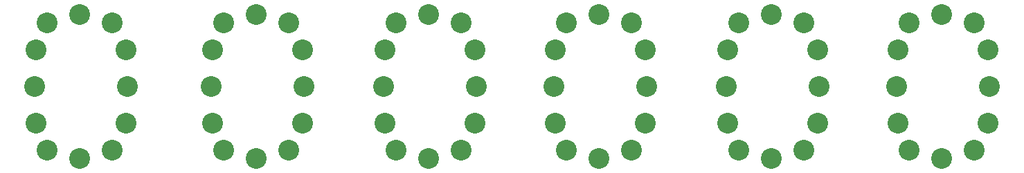
<source format=gbr>
G04 #@! TF.FileFunction,Paste,Top*
%FSLAX46Y46*%
G04 Gerber Fmt 4.6, Leading zero omitted, Abs format (unit mm)*
G04 Created by KiCad (PCBNEW 4.0.7) date Sun Oct  1 12:43:17 2017*
%MOMM*%
%LPD*%
G01*
G04 APERTURE LIST*
%ADD10C,0.100000*%
%ADD11C,2.540000*%
G04 APERTURE END LIST*
D10*
D11*
X87917020Y-33093660D03*
X97279460Y-29776420D03*
X98963480Y-33093660D03*
X99090480Y-37592000D03*
X98963480Y-42090340D03*
X97279460Y-45407580D03*
X93281500Y-46408340D03*
X89283540Y-45407580D03*
X87917020Y-42090340D03*
X87790020Y-37592000D03*
X89283540Y-29776420D03*
X93281500Y-28775660D03*
X45245020Y-33093660D03*
X54607460Y-29776420D03*
X56291480Y-33093660D03*
X56418480Y-37592000D03*
X56291480Y-42090340D03*
X54607460Y-45407580D03*
X50609500Y-46408340D03*
X46611540Y-45407580D03*
X45245020Y-42090340D03*
X45118020Y-37592000D03*
X46611540Y-29776420D03*
X50609500Y-28775660D03*
X66835020Y-33093660D03*
X76197460Y-29776420D03*
X77881480Y-33093660D03*
X78008480Y-37592000D03*
X77881480Y-42090340D03*
X76197460Y-45407580D03*
X72199500Y-46408340D03*
X68201540Y-45407580D03*
X66835020Y-42090340D03*
X66708020Y-37592000D03*
X68201540Y-29776420D03*
X72199500Y-28775660D03*
X108745020Y-33093660D03*
X118107460Y-29776420D03*
X119791480Y-33093660D03*
X119918480Y-37592000D03*
X119791480Y-42090340D03*
X118107460Y-45407580D03*
X114109500Y-46408340D03*
X110111540Y-45407580D03*
X108745020Y-42090340D03*
X108618020Y-37592000D03*
X110111540Y-29776420D03*
X114109500Y-28775660D03*
X129827020Y-33093660D03*
X139189460Y-29776420D03*
X140873480Y-33093660D03*
X141000480Y-37592000D03*
X140873480Y-42090340D03*
X139189460Y-45407580D03*
X135191500Y-46408340D03*
X131193540Y-45407580D03*
X129827020Y-42090340D03*
X129700020Y-37592000D03*
X131193540Y-29776420D03*
X135191500Y-28775660D03*
X150655020Y-33093660D03*
X160017460Y-29776420D03*
X161701480Y-33093660D03*
X161828480Y-37592000D03*
X161701480Y-42090340D03*
X160017460Y-45407580D03*
X156019500Y-46408340D03*
X152021540Y-45407580D03*
X150655020Y-42090340D03*
X150528020Y-37592000D03*
X152021540Y-29776420D03*
X156019500Y-28775660D03*
M02*

</source>
